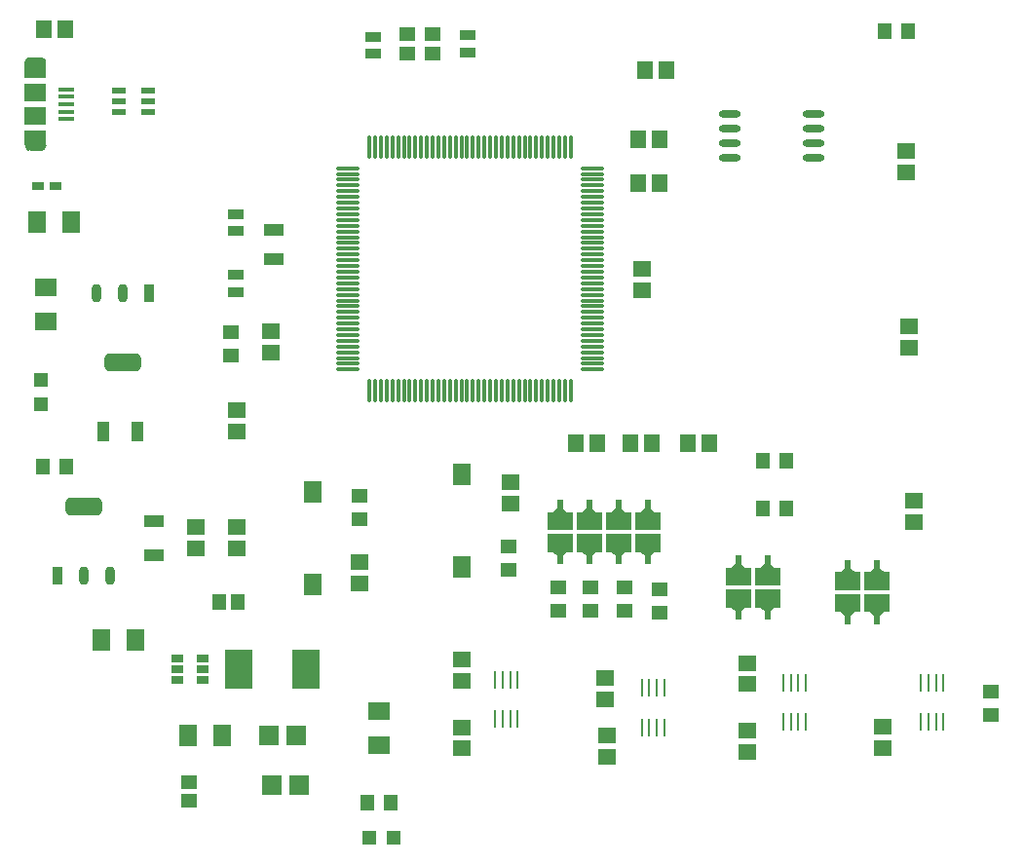
<source format=gbr>
G04*
G04 #@! TF.GenerationSoftware,Altium Limited,Altium Designer,24.2.2 (26)*
G04*
G04 Layer_Color=8421504*
%FSLAX44Y44*%
%MOMM*%
G71*
G04*
G04 #@! TF.SameCoordinates,251A4116-46B9-4EB5-9C36-AF9AACF17162*
G04*
G04*
G04 #@! TF.FilePolarity,Positive*
G04*
G01*
G75*
%ADD22R,0.2500X1.5500*%
%ADD23C,0.5000*%
%ADD24R,1.2000X1.4500*%
%ADD25R,1.4500X1.2000*%
%ADD26R,1.4546X1.5562*%
%ADD27R,1.4562X1.3046*%
%ADD28R,1.5562X1.4546*%
%ADD29R,1.9000X1.5000*%
%ADD30R,1.3500X0.4000*%
%ADD31R,1.0200X0.7600*%
%ADD32R,1.5046X1.9062*%
G04:AMPARAMS|DCode=33|XSize=1.6042mm|YSize=0.8798mm|CornerRadius=0.4399mm|HoleSize=0mm|Usage=FLASHONLY|Rotation=270.000|XOffset=0mm|YOffset=0mm|HoleType=Round|Shape=RoundedRectangle|*
%AMROUNDEDRECTD33*
21,1,1.6042,0.0000,0,0,270.0*
21,1,0.7244,0.8798,0,0,270.0*
1,1,0.8798,0.0000,-0.3622*
1,1,0.8798,0.0000,0.3622*
1,1,0.8798,0.0000,0.3622*
1,1,0.8798,0.0000,-0.3622*
%
%ADD33ROUNDEDRECTD33*%
G04:AMPARAMS|DCode=34|XSize=1.6042mm|YSize=3.1798mm|CornerRadius=0.4411mm|HoleSize=0mm|Usage=FLASHONLY|Rotation=270.000|XOffset=0mm|YOffset=0mm|HoleType=Round|Shape=RoundedRectangle|*
%AMROUNDEDRECTD34*
21,1,1.6042,2.2975,0,0,270.0*
21,1,0.7219,3.1798,0,0,270.0*
1,1,0.8823,-1.1488,-0.3609*
1,1,0.8823,-1.1488,0.3609*
1,1,0.8823,1.1488,0.3609*
1,1,0.8823,1.1488,-0.3609*
%
%ADD34ROUNDEDRECTD34*%
%ADD35R,0.8798X1.6042*%
%ADD36R,1.3500X0.9500*%
%ADD37O,1.9000X0.6500*%
%ADD38R,1.0000X1.8000*%
%ADD39R,1.4000X1.2000*%
%ADD40R,1.5000X1.9000*%
%ADD41O,0.3000X2.1000*%
%ADD42O,2.1000X0.3000*%
%ADD43R,1.2000X0.6000*%
%ADD44R,1.7540X1.8062*%
%ADD45R,2.4130X3.4290*%
%ADD46R,1.9062X1.5046*%
%ADD47R,1.2000X1.2000*%
%ADD48R,1.2000X1.2000*%
%ADD49R,1.8000X1.0000*%
%ADD50R,1.0000X0.7000*%
%ADD51R,1.3046X1.4562*%
G36*
X34980Y711480D02*
X25980D01*
Y716480D01*
X34980Y716480D01*
Y711480D01*
D02*
G37*
G36*
X39980Y698480D02*
X20980D01*
Y711480D01*
X39980D01*
Y698480D01*
D02*
G37*
G36*
Y639480D02*
X20980D01*
Y652480D01*
X39980D01*
Y639480D01*
D02*
G37*
G36*
X34980Y634480D02*
X25980Y634480D01*
Y639480D01*
X34980D01*
Y634480D01*
D02*
G37*
G36*
X565160Y323930D02*
X568810Y320780D01*
X573410D01*
Y305380D01*
X551810D01*
Y320780D01*
X556410D01*
X560060Y323930D01*
Y331530D01*
X565160D01*
Y323930D01*
D02*
G37*
G36*
X539760D02*
X543410Y320780D01*
X548010D01*
Y305380D01*
X526410D01*
Y320780D01*
X531010D01*
X534660Y323930D01*
Y331530D01*
X539760D01*
Y323930D01*
D02*
G37*
G36*
X514360D02*
X518010Y320780D01*
X522610D01*
Y305380D01*
X501010D01*
Y320780D01*
X505610D01*
X509260Y323930D01*
Y331530D01*
X514360D01*
Y323930D01*
D02*
G37*
G36*
X488960D02*
X492610Y320780D01*
X497210D01*
Y305380D01*
X475610D01*
Y320780D01*
X480210D01*
X483860Y323930D01*
Y331530D01*
X488960D01*
Y323930D01*
D02*
G37*
G36*
X573410Y286280D02*
X568810D01*
X565160Y283130D01*
Y275530D01*
X560060D01*
Y283130D01*
X556410Y286280D01*
X551810D01*
Y301680D01*
X573410D01*
Y286280D01*
D02*
G37*
G36*
X548010D02*
X543410D01*
X539760Y283130D01*
Y275530D01*
X534660D01*
Y283130D01*
X531010Y286280D01*
X526410D01*
Y301680D01*
X548010D01*
Y286280D01*
D02*
G37*
G36*
X522610D02*
X518010D01*
X514360Y283130D01*
Y275530D01*
X509260D01*
Y283130D01*
X505610Y286280D01*
X501010D01*
Y301680D01*
X522610D01*
Y286280D01*
D02*
G37*
G36*
X497210D02*
X492610D01*
X488960Y283130D01*
Y275530D01*
X483860D01*
Y283130D01*
X480210Y286280D01*
X475610D01*
Y301680D01*
X497210D01*
Y286280D01*
D02*
G37*
G36*
X669300Y275670D02*
X672950Y272520D01*
X677550D01*
Y257120D01*
X655950D01*
Y272520D01*
X660550D01*
X664200Y275670D01*
Y283270D01*
X669300D01*
Y275670D01*
D02*
G37*
G36*
X643900D02*
X647550Y272520D01*
X652150D01*
Y257120D01*
X630550D01*
Y272520D01*
X635150D01*
X638800Y275670D01*
Y283270D01*
X643900D01*
Y275670D01*
D02*
G37*
G36*
X764550Y271860D02*
X768200Y268710D01*
X772800D01*
Y253310D01*
X751200D01*
Y268710D01*
X755800D01*
X759450Y271860D01*
Y279460D01*
X764550D01*
Y271860D01*
D02*
G37*
G36*
X739150D02*
X742800Y268710D01*
X747400D01*
Y253310D01*
X725800D01*
Y268710D01*
X730400D01*
X734050Y271860D01*
Y279460D01*
X739150D01*
Y271860D01*
D02*
G37*
G36*
X677550Y238020D02*
X672950D01*
X669300Y234870D01*
Y227270D01*
X664200D01*
Y234870D01*
X660550Y238020D01*
X655950D01*
Y253420D01*
X677550D01*
Y238020D01*
D02*
G37*
G36*
X652150D02*
X647550D01*
X643900Y234870D01*
Y227270D01*
X638800D01*
Y234870D01*
X635150Y238020D01*
X630550D01*
Y253420D01*
X652150D01*
Y238020D01*
D02*
G37*
G36*
X772800Y234210D02*
X768200D01*
X764550Y231060D01*
Y223460D01*
X759450D01*
Y231060D01*
X755800Y234210D01*
X751200D01*
Y249610D01*
X772800D01*
Y234210D01*
D02*
G37*
G36*
X747400D02*
X742800D01*
X739150Y231060D01*
Y223460D01*
X734050D01*
Y231060D01*
X730400Y234210D01*
X725800D01*
Y249610D01*
X747400D01*
Y234210D01*
D02*
G37*
D22*
X819600Y172430D02*
D03*
X813100D02*
D03*
X806600Y172430D02*
D03*
X800100D02*
D03*
X819600Y138430D02*
D03*
X813100D02*
D03*
X806600Y138430D02*
D03*
X800100D02*
D03*
X700070Y172430D02*
D03*
X693570D02*
D03*
X687070Y172430D02*
D03*
X680570D02*
D03*
X700070Y138430D02*
D03*
X693570D02*
D03*
X687070Y138430D02*
D03*
X680570D02*
D03*
X557380Y133874D02*
D03*
X563880D02*
D03*
X570380Y133874D02*
D03*
X576880D02*
D03*
X557380Y167873D02*
D03*
X563880D02*
D03*
X570380Y167873D02*
D03*
X576880D02*
D03*
X430230Y140969D02*
D03*
X436730D02*
D03*
X443229Y140970D02*
D03*
X449729D02*
D03*
X430230Y174970D02*
D03*
X436730D02*
D03*
X443229Y174970D02*
D03*
X449729D02*
D03*
D23*
X34980Y713980D02*
G03*
X32891Y712854I0J-2500D01*
G01*
X37069D02*
G03*
X34980Y713980I-2089J-1374D01*
G01*
X32891Y712854D02*
G03*
X37480Y711480I2089J-1374D01*
G01*
D02*
G03*
X37069Y712854I-2500J0D01*
G01*
X27980Y637980D02*
G03*
X28480Y639480I-2000J1500D01*
G01*
X27480Y637480D02*
G03*
X27980Y637980I-1500J2000D01*
G01*
X28480Y639480D02*
G03*
X27480Y637480I-2500J0D01*
G01*
X37480Y639480D02*
G03*
X37480Y639480I-2500J0D01*
G01*
X28480Y711480D02*
G03*
X28480Y711480I-2500J0D01*
G01*
D24*
X662940Y365760D02*
D03*
X768510Y739140D02*
D03*
X788510D02*
D03*
X663100Y323850D02*
D03*
X683100D02*
D03*
X682940Y365760D02*
D03*
X56990Y360680D02*
D03*
X36990D02*
D03*
X338930Y68580D02*
D03*
X318930D02*
D03*
D25*
X200660Y457200D02*
D03*
X312420Y335120D02*
D03*
Y315120D02*
D03*
X441960Y290830D02*
D03*
Y270830D02*
D03*
X485140Y235110D02*
D03*
Y255110D02*
D03*
X513182Y235110D02*
D03*
Y255110D02*
D03*
X572770Y233840D02*
D03*
Y253840D02*
D03*
X542290Y235110D02*
D03*
Y255110D02*
D03*
X861060Y144940D02*
D03*
X200660Y477200D02*
D03*
X861060Y164940D02*
D03*
D26*
X615950Y381000D02*
D03*
X560604Y704850D02*
D03*
X579120D02*
D03*
X565886Y381000D02*
D03*
X547370D02*
D03*
X573138Y645160D02*
D03*
X554622D02*
D03*
X500012Y381000D02*
D03*
X518528D02*
D03*
X597434D02*
D03*
X37732Y740410D02*
D03*
X554622Y607060D02*
D03*
X573138D02*
D03*
X56248Y740410D02*
D03*
D27*
X163830Y86360D02*
D03*
Y70244D02*
D03*
D28*
X767080Y115570D02*
D03*
X787400Y615950D02*
D03*
Y634466D02*
D03*
X234950Y477888D02*
D03*
Y459372D02*
D03*
X312420Y277228D02*
D03*
Y258712D02*
D03*
X443230Y346710D02*
D03*
Y328194D02*
D03*
X205740Y307708D02*
D03*
Y289192D02*
D03*
X557530Y513982D02*
D03*
Y532498D02*
D03*
X649393Y189844D02*
D03*
Y171329D02*
D03*
X401437Y115371D02*
D03*
X527050Y108106D02*
D03*
X649393Y112662D02*
D03*
X401437Y174038D02*
D03*
X789940Y482600D02*
D03*
X525780Y158004D02*
D03*
X793750Y330568D02*
D03*
X170180Y289192D02*
D03*
X205740Y409676D02*
D03*
X401437Y133887D02*
D03*
X527050Y126621D02*
D03*
X649393Y131178D02*
D03*
X767080Y134086D02*
D03*
X205740Y391160D02*
D03*
X170180Y307708D02*
D03*
X793750Y312052D02*
D03*
X525780Y176519D02*
D03*
X789940Y464084D02*
D03*
X401437Y192553D02*
D03*
D29*
X30480Y665480D02*
D03*
Y685480D02*
D03*
D30*
X57480Y668980D02*
D03*
Y688480D02*
D03*
Y662480D02*
D03*
Y681980D02*
D03*
Y675480D02*
D03*
D31*
X33020Y604520D02*
D03*
X48220D02*
D03*
D32*
X31982Y572770D02*
D03*
X61998D02*
D03*
X117878Y209550D02*
D03*
X87862D02*
D03*
X163024Y127000D02*
D03*
X193040D02*
D03*
D33*
X83680Y510850D02*
D03*
X106680D02*
D03*
X95390Y265910D02*
D03*
X72390D02*
D03*
D34*
X106680Y450850D02*
D03*
X72390Y325910D02*
D03*
D35*
X129680Y510850D02*
D03*
X49390Y265910D02*
D03*
D36*
X323850Y719060D02*
D03*
Y734060D02*
D03*
X406400Y735210D02*
D03*
Y720210D02*
D03*
X204470Y565150D02*
D03*
Y526930D02*
D03*
Y580150D02*
D03*
Y511930D02*
D03*
D37*
X634060Y666750D02*
D03*
Y654050D02*
D03*
X707060Y641350D02*
D03*
Y628650D02*
D03*
Y654050D02*
D03*
Y666750D02*
D03*
X634060Y641350D02*
D03*
Y628650D02*
D03*
D38*
X119140Y391160D02*
D03*
X89140D02*
D03*
D39*
X353490Y719210D02*
D03*
X375490Y736210D02*
D03*
Y719210D02*
D03*
X353490Y736210D02*
D03*
D40*
X271190Y338420D02*
D03*
Y258420D02*
D03*
X400730Y353660D02*
D03*
Y273660D02*
D03*
D41*
X440760Y638330D02*
D03*
X335760D02*
D03*
X325760Y426330D02*
D03*
X485760D02*
D03*
X480760D02*
D03*
X330760D02*
D03*
X320760D02*
D03*
X445760Y638330D02*
D03*
X495760D02*
D03*
X490760D02*
D03*
X485760D02*
D03*
X480760D02*
D03*
X475760D02*
D03*
X470760D02*
D03*
X465760D02*
D03*
X460760D02*
D03*
X455760D02*
D03*
X450760D02*
D03*
X435760D02*
D03*
X430760D02*
D03*
X425760D02*
D03*
X420760D02*
D03*
X415760D02*
D03*
X410760D02*
D03*
X405760D02*
D03*
X400760D02*
D03*
X395760D02*
D03*
X390760D02*
D03*
X385760D02*
D03*
X380760D02*
D03*
X375760D02*
D03*
X370760D02*
D03*
X365760D02*
D03*
X360760D02*
D03*
X355760D02*
D03*
X350760D02*
D03*
X345760D02*
D03*
X340760D02*
D03*
X330760D02*
D03*
X325760D02*
D03*
X320760D02*
D03*
X335760Y426330D02*
D03*
X340760D02*
D03*
X345760D02*
D03*
X350760D02*
D03*
X355760D02*
D03*
X360760D02*
D03*
X365760D02*
D03*
X370760D02*
D03*
X375760D02*
D03*
X380760D02*
D03*
X385760D02*
D03*
X390760D02*
D03*
X395760D02*
D03*
X400760D02*
D03*
X405760D02*
D03*
X410760D02*
D03*
X415760D02*
D03*
X420760D02*
D03*
X425760D02*
D03*
X430760D02*
D03*
X435760D02*
D03*
X440760D02*
D03*
X445760D02*
D03*
X450760D02*
D03*
X455760D02*
D03*
X460760D02*
D03*
X465760D02*
D03*
X470760D02*
D03*
X475760D02*
D03*
X490760D02*
D03*
X495760D02*
D03*
D42*
X302260Y584830D02*
D03*
Y574830D02*
D03*
Y534830D02*
D03*
Y514830D02*
D03*
X514260Y529830D02*
D03*
Y524830D02*
D03*
X302260Y494830D02*
D03*
Y519830D02*
D03*
Y544830D02*
D03*
Y599830D02*
D03*
Y539830D02*
D03*
Y549830D02*
D03*
Y554830D02*
D03*
Y619830D02*
D03*
Y614830D02*
D03*
Y609830D02*
D03*
Y604830D02*
D03*
Y594830D02*
D03*
Y589830D02*
D03*
Y579830D02*
D03*
Y569830D02*
D03*
Y564830D02*
D03*
Y559830D02*
D03*
Y529830D02*
D03*
Y524830D02*
D03*
Y509830D02*
D03*
Y504830D02*
D03*
Y499830D02*
D03*
Y489830D02*
D03*
Y484830D02*
D03*
Y479830D02*
D03*
Y474830D02*
D03*
Y469830D02*
D03*
Y464830D02*
D03*
Y459830D02*
D03*
Y454830D02*
D03*
Y449830D02*
D03*
Y444830D02*
D03*
X514260D02*
D03*
Y449830D02*
D03*
Y454830D02*
D03*
Y459830D02*
D03*
Y464830D02*
D03*
Y469830D02*
D03*
Y474830D02*
D03*
Y479830D02*
D03*
Y484830D02*
D03*
Y489830D02*
D03*
Y494830D02*
D03*
Y499830D02*
D03*
Y504830D02*
D03*
Y509830D02*
D03*
Y514830D02*
D03*
Y519830D02*
D03*
Y534830D02*
D03*
Y539830D02*
D03*
Y544830D02*
D03*
Y549830D02*
D03*
Y554830D02*
D03*
Y559830D02*
D03*
Y564830D02*
D03*
Y569830D02*
D03*
Y574830D02*
D03*
Y579830D02*
D03*
Y584830D02*
D03*
Y589830D02*
D03*
Y594830D02*
D03*
Y599830D02*
D03*
Y604830D02*
D03*
Y609830D02*
D03*
Y614830D02*
D03*
Y619830D02*
D03*
D43*
X128070Y687680D02*
D03*
Y678180D02*
D03*
Y668680D02*
D03*
X103070D02*
D03*
Y687680D02*
D03*
Y678180D02*
D03*
D44*
X257202Y127000D02*
D03*
X233680D02*
D03*
X259411Y83820D02*
D03*
X235889D02*
D03*
D45*
X265430Y184150D02*
D03*
X207010D02*
D03*
D46*
X39370Y486642D02*
D03*
Y516658D02*
D03*
X328930Y118342D02*
D03*
Y148358D02*
D03*
D47*
X35560Y435950D02*
D03*
Y414950D02*
D03*
D48*
X341970Y38100D02*
D03*
X320970D02*
D03*
D49*
X133350Y283450D02*
D03*
Y313450D02*
D03*
X237490Y541220D02*
D03*
Y566220D02*
D03*
D50*
X153670Y193650D02*
D03*
Y184150D02*
D03*
Y174650D02*
D03*
X175660Y184150D02*
D03*
Y193650D02*
D03*
Y174650D02*
D03*
D51*
X190062Y242570D02*
D03*
X206178D02*
D03*
M02*

</source>
